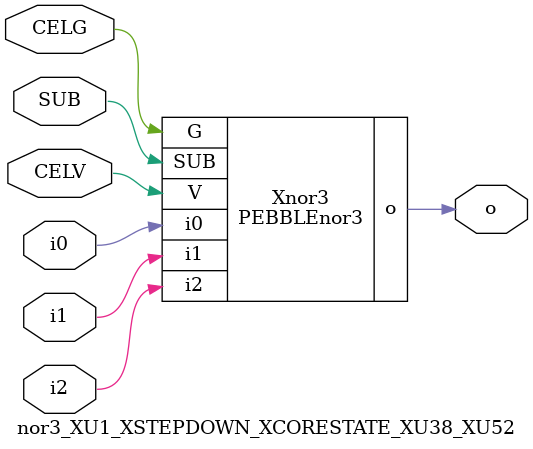
<source format=v>



module PEBBLEnor3 ( o, G, SUB, V, i0, i1, i2 );

  input i0;
  input V;
  input i2;
  input i1;
  input G;
  output o;
  input SUB;
endmodule

//Celera Confidential Do Not Copy nor3_XU1_XSTEPDOWN_XCORESTATE_XU38_XU52
//Celera Confidential Symbol Generator
//NOR3
module nor3_XU1_XSTEPDOWN_XCORESTATE_XU38_XU52 (CELV,CELG,i0,i1,i2,o,SUB);
input CELV;
input CELG;
input i0;
input i1;
input i2;
input SUB;
output o;

//Celera Confidential Do Not Copy nor3
PEBBLEnor3 Xnor3(
.V (CELV),
.i0 (i0),
.i1 (i1),
.i2 (i2),
.o (o),
.SUB (SUB),
.G (CELG)
);
//,diesize,PEBBLEnor3

//Celera Confidential Do Not Copy Module End
//Celera Schematic Generator
endmodule

</source>
